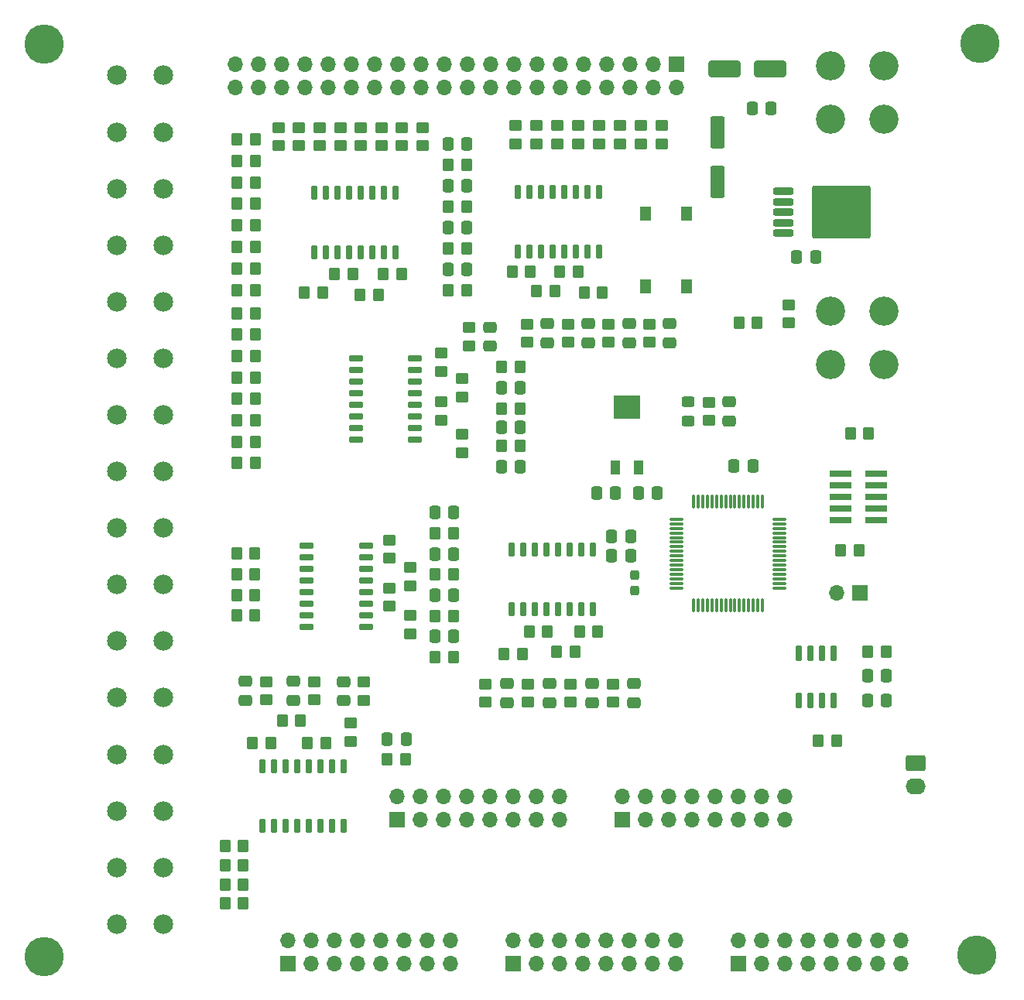
<source format=gbr>
%TF.GenerationSoftware,KiCad,Pcbnew,7.0.10*%
%TF.CreationDate,2024-04-30T00:05:16-07:00*%
%TF.ProjectId,control,636f6e74-726f-46c2-9e6b-696361645f70,A*%
%TF.SameCoordinates,Original*%
%TF.FileFunction,Soldermask,Top*%
%TF.FilePolarity,Negative*%
%FSLAX46Y46*%
G04 Gerber Fmt 4.6, Leading zero omitted, Abs format (unit mm)*
G04 Created by KiCad (PCBNEW 7.0.10) date 2024-04-30 00:05:16*
%MOMM*%
%LPD*%
G01*
G04 APERTURE LIST*
G04 Aperture macros list*
%AMRoundRect*
0 Rectangle with rounded corners*
0 $1 Rounding radius*
0 $2 $3 $4 $5 $6 $7 $8 $9 X,Y pos of 4 corners*
0 Add a 4 corners polygon primitive as box body*
4,1,4,$2,$3,$4,$5,$6,$7,$8,$9,$2,$3,0*
0 Add four circle primitives for the rounded corners*
1,1,$1+$1,$2,$3*
1,1,$1+$1,$4,$5*
1,1,$1+$1,$6,$7*
1,1,$1+$1,$8,$9*
0 Add four rect primitives between the rounded corners*
20,1,$1+$1,$2,$3,$4,$5,0*
20,1,$1+$1,$4,$5,$6,$7,0*
20,1,$1+$1,$6,$7,$8,$9,0*
20,1,$1+$1,$8,$9,$2,$3,0*%
G04 Aperture macros list end*
%ADD10C,2.145000*%
%ADD11RoundRect,0.250000X0.450000X-0.350000X0.450000X0.350000X-0.450000X0.350000X-0.450000X-0.350000X0*%
%ADD12R,1.300000X1.550000*%
%ADD13RoundRect,0.250000X-0.450000X0.350000X-0.450000X-0.350000X0.450000X-0.350000X0.450000X0.350000X0*%
%ADD14RoundRect,0.150000X-0.150000X0.725000X-0.150000X-0.725000X0.150000X-0.725000X0.150000X0.725000X0*%
%ADD15RoundRect,0.250000X-0.337500X-0.475000X0.337500X-0.475000X0.337500X0.475000X-0.337500X0.475000X0*%
%ADD16RoundRect,0.250000X-0.350000X-0.450000X0.350000X-0.450000X0.350000X0.450000X-0.350000X0.450000X0*%
%ADD17RoundRect,0.250000X0.475000X-0.337500X0.475000X0.337500X-0.475000X0.337500X-0.475000X-0.337500X0*%
%ADD18RoundRect,0.250000X0.350000X0.450000X-0.350000X0.450000X-0.350000X-0.450000X0.350000X-0.450000X0*%
%ADD19C,4.300000*%
%ADD20RoundRect,0.150000X-0.650000X-0.150000X0.650000X-0.150000X0.650000X0.150000X-0.650000X0.150000X0*%
%ADD21RoundRect,0.250000X-0.475000X0.337500X-0.475000X-0.337500X0.475000X-0.337500X0.475000X0.337500X0*%
%ADD22R,1.700000X1.700000*%
%ADD23O,1.700000X1.700000*%
%ADD24RoundRect,0.150000X-0.150000X0.650000X-0.150000X-0.650000X0.150000X-0.650000X0.150000X0.650000X0*%
%ADD25C,3.200000*%
%ADD26R,2.400000X0.740000*%
%ADD27RoundRect,0.075000X-0.662500X-0.075000X0.662500X-0.075000X0.662500X0.075000X-0.662500X0.075000X0*%
%ADD28RoundRect,0.075000X-0.075000X-0.662500X0.075000X-0.662500X0.075000X0.662500X-0.075000X0.662500X0*%
%ADD29RoundRect,0.250000X0.337500X0.475000X-0.337500X0.475000X-0.337500X-0.475000X0.337500X-0.475000X0*%
%ADD30RoundRect,0.250000X-1.500000X-0.650000X1.500000X-0.650000X1.500000X0.650000X-1.500000X0.650000X0*%
%ADD31RoundRect,0.250000X-0.845000X0.620000X-0.845000X-0.620000X0.845000X-0.620000X0.845000X0.620000X0*%
%ADD32O,2.190000X1.740000*%
%ADD33RoundRect,0.200000X-0.900000X-0.200000X0.900000X-0.200000X0.900000X0.200000X-0.900000X0.200000X0*%
%ADD34RoundRect,0.249997X-2.950003X-2.650003X2.950003X-2.650003X2.950003X2.650003X-2.950003X2.650003X0*%
%ADD35R,1.000000X1.600000*%
%ADD36R,3.000000X2.500000*%
%ADD37RoundRect,0.150000X0.150000X-0.650000X0.150000X0.650000X-0.150000X0.650000X-0.150000X-0.650000X0*%
%ADD38RoundRect,0.250000X0.450000X-0.325000X0.450000X0.325000X-0.450000X0.325000X-0.450000X-0.325000X0*%
%ADD39RoundRect,0.250000X-0.550000X1.500000X-0.550000X-1.500000X0.550000X-1.500000X0.550000X1.500000X0*%
%ADD40RoundRect,0.237500X-0.237500X0.287500X-0.237500X-0.287500X0.237500X-0.287500X0.237500X0.287500X0*%
G04 APERTURE END LIST*
D10*
%TO.C,J27*%
X83693000Y-94002800D03*
X88773000Y-94002800D03*
%TD*%
%TO.C,J26*%
X83693000Y-87814400D03*
X88773000Y-87814400D03*
%TD*%
%TO.C,J25*%
X83693000Y-81626000D03*
X88773000Y-81626000D03*
%TD*%
%TO.C,J24*%
X83693000Y-75437600D03*
X88773000Y-75437600D03*
%TD*%
%TO.C,J23*%
X83693000Y-69249200D03*
X88773000Y-69249200D03*
%TD*%
%TO.C,J22*%
X83693000Y-63060800D03*
X88773000Y-63060800D03*
%TD*%
%TO.C,J21*%
X83693000Y-56872400D03*
X88773000Y-56872400D03*
%TD*%
%TO.C,J20*%
X83693000Y-50684000D03*
X88773000Y-50684000D03*
%TD*%
%TO.C,J19*%
X83693000Y-143510000D03*
X88773000Y-143510000D03*
%TD*%
%TO.C,J18*%
X83693000Y-137321600D03*
X88773000Y-137321600D03*
%TD*%
%TO.C,J17*%
X83693000Y-131133200D03*
X88773000Y-131133200D03*
%TD*%
%TO.C,J16*%
X83693000Y-124944800D03*
X88773000Y-124944800D03*
%TD*%
%TO.C,J15*%
X83693000Y-118756400D03*
X88773000Y-118756400D03*
%TD*%
%TO.C,J14*%
X83693000Y-112568000D03*
X88773000Y-112568000D03*
%TD*%
%TO.C,J13*%
X83693000Y-106379600D03*
X88773000Y-106379600D03*
%TD*%
%TO.C,J12*%
X83693000Y-100191200D03*
X88773000Y-100191200D03*
%TD*%
D11*
%TO.C,R88*%
X132987100Y-79888500D03*
X132987100Y-77888500D03*
%TD*%
D12*
%TO.C,SW1*%
X145963200Y-65824200D03*
X145963200Y-73774200D03*
X141463200Y-65824200D03*
X141463200Y-73774200D03*
%TD*%
D13*
%TO.C,R44*%
X100000000Y-117000000D03*
X100000000Y-119000000D03*
%TD*%
D14*
%TO.C,U2*%
X162098200Y-113899400D03*
X160828200Y-113899400D03*
X159558200Y-113899400D03*
X158288200Y-113899400D03*
X158288200Y-119049400D03*
X159558200Y-119049400D03*
X160828200Y-119049400D03*
X162098200Y-119049400D03*
%TD*%
D15*
%TO.C,C13*%
X118425000Y-103021700D03*
X120500000Y-103021700D03*
%TD*%
D16*
%TO.C,R4*%
X151704800Y-77774800D03*
X153704800Y-77774800D03*
%TD*%
D15*
%TO.C,C32*%
X125708500Y-89154000D03*
X127783500Y-89154000D03*
%TD*%
D13*
%TO.C,R8*%
X148437600Y-86426800D03*
X148437600Y-88426800D03*
%TD*%
D11*
%TO.C,R19*%
X113500000Y-103500000D03*
X113500000Y-101500000D03*
%TD*%
%TO.C,R35*%
X114844300Y-58388000D03*
X114844300Y-56388000D03*
%TD*%
D17*
%TO.C,C8*%
X150672800Y-88464300D03*
X150672800Y-86389300D03*
%TD*%
D15*
%TO.C,C22*%
X119866500Y-62738000D03*
X121941500Y-62738000D03*
%TD*%
D18*
%TO.C,R76*%
X98774000Y-67092300D03*
X96774000Y-67092300D03*
%TD*%
%TO.C,R53*%
X98774000Y-83721500D03*
X96774000Y-83721500D03*
%TD*%
%TO.C,R37*%
X103750000Y-121250000D03*
X101750000Y-121250000D03*
%TD*%
D11*
%TO.C,R86*%
X128524000Y-79888500D03*
X128524000Y-77888500D03*
%TD*%
%TO.C,R55*%
X138684000Y-58150000D03*
X138684000Y-56150000D03*
%TD*%
D18*
%TO.C,R54*%
X98774000Y-57658000D03*
X96774000Y-57658000D03*
%TD*%
D11*
%TO.C,R17*%
X115750000Y-111750000D03*
X115750000Y-109750000D03*
%TD*%
D19*
%TO.C,MH2*%
X178054000Y-47193200D03*
%TD*%
D15*
%TO.C,C2*%
X158016700Y-70566200D03*
X160091700Y-70566200D03*
%TD*%
D11*
%TO.C,R91*%
X119126000Y-88376000D03*
X119126000Y-86376000D03*
%TD*%
D20*
%TO.C,U8*%
X109780000Y-81661000D03*
X109780000Y-82931000D03*
X109780000Y-84201000D03*
X109780000Y-85471000D03*
X109780000Y-86741000D03*
X109780000Y-88011000D03*
X109780000Y-89281000D03*
X109780000Y-90551000D03*
X116280000Y-90551000D03*
X116280000Y-89281000D03*
X116280000Y-88011000D03*
X116280000Y-86741000D03*
X116280000Y-85471000D03*
X116280000Y-84201000D03*
X116280000Y-82931000D03*
X116280000Y-81661000D03*
%TD*%
D11*
%TO.C,R15*%
X105845400Y-58388000D03*
X105845400Y-56388000D03*
%TD*%
%TO.C,R78*%
X134112000Y-58150000D03*
X134112000Y-56150000D03*
%TD*%
D21*
%TO.C,C28*%
X135607100Y-117212500D03*
X135607100Y-119287500D03*
%TD*%
D16*
%TO.C,R2*%
X160391600Y-123494800D03*
X162391600Y-123494800D03*
%TD*%
%TO.C,R45*%
X112792000Y-72390000D03*
X114792000Y-72390000D03*
%TD*%
D19*
%TO.C,MH4*%
X177749200Y-146913600D03*
%TD*%
D11*
%TO.C,R74*%
X131826000Y-58150000D03*
X131826000Y-56150000D03*
%TD*%
D18*
%TO.C,R48*%
X121904000Y-65024000D03*
X119904000Y-65024000D03*
%TD*%
D17*
%TO.C,C26*%
X124460000Y-80285500D03*
X124460000Y-78210500D03*
%TD*%
D22*
%TO.C,JP1*%
X164901800Y-107289600D03*
D23*
X162361800Y-107289600D03*
%TD*%
D15*
%TO.C,C15*%
X119888000Y-67310000D03*
X121963000Y-67310000D03*
%TD*%
D16*
%TO.C,R25*%
X107442000Y-72390000D03*
X109442000Y-72390000D03*
%TD*%
D18*
%TO.C,R24*%
X120462500Y-109804300D03*
X118462500Y-109804300D03*
%TD*%
D13*
%TO.C,R40*%
X110632000Y-117037500D03*
X110632000Y-119037500D03*
%TD*%
D24*
%TO.C,U9*%
X135700000Y-102561000D03*
X134430000Y-102561000D03*
X133160000Y-102561000D03*
X131890000Y-102561000D03*
X130620000Y-102561000D03*
X129350000Y-102561000D03*
X128080000Y-102561000D03*
X126810000Y-102561000D03*
X126810000Y-109061000D03*
X128080000Y-109061000D03*
X129350000Y-109061000D03*
X130620000Y-109061000D03*
X131890000Y-109061000D03*
X133160000Y-109061000D03*
X134430000Y-109061000D03*
X135700000Y-109061000D03*
%TD*%
D25*
%TO.C,J2*%
X167566400Y-76466600D03*
X161696400Y-76466600D03*
X167566400Y-82336600D03*
X161696400Y-82336600D03*
%TD*%
D26*
%TO.C,J11*%
X162845200Y-94284800D03*
X166745200Y-94284800D03*
X162845200Y-95554800D03*
X166745200Y-95554800D03*
X162845200Y-96824800D03*
X166745200Y-96824800D03*
X162845200Y-98094800D03*
X166745200Y-98094800D03*
X162845200Y-99364800D03*
X166745200Y-99364800D03*
%TD*%
D18*
%TO.C,R81*%
X98774000Y-71809400D03*
X96774000Y-71809400D03*
%TD*%
D11*
%TO.C,R73*%
X127254000Y-58150000D03*
X127254000Y-56150000D03*
%TD*%
D18*
%TO.C,R5*%
X164830000Y-102666800D03*
X162830000Y-102666800D03*
%TD*%
D16*
%TO.C,R85*%
X126889000Y-72136000D03*
X128889000Y-72136000D03*
%TD*%
D27*
%TO.C,U3*%
X144848500Y-99240000D03*
X144848500Y-99740000D03*
X144848500Y-100240000D03*
X144848500Y-100740000D03*
X144848500Y-101240000D03*
X144848500Y-101740000D03*
X144848500Y-102240000D03*
X144848500Y-102740000D03*
X144848500Y-103240000D03*
X144848500Y-103740000D03*
X144848500Y-104240000D03*
X144848500Y-104740000D03*
X144848500Y-105240000D03*
X144848500Y-105740000D03*
X144848500Y-106240000D03*
X144848500Y-106740000D03*
D28*
X146761000Y-108652500D03*
X147261000Y-108652500D03*
X147761000Y-108652500D03*
X148261000Y-108652500D03*
X148761000Y-108652500D03*
X149261000Y-108652500D03*
X149761000Y-108652500D03*
X150261000Y-108652500D03*
X150761000Y-108652500D03*
X151261000Y-108652500D03*
X151761000Y-108652500D03*
X152261000Y-108652500D03*
X152761000Y-108652500D03*
X153261000Y-108652500D03*
X153761000Y-108652500D03*
X154261000Y-108652500D03*
D27*
X156173500Y-106740000D03*
X156173500Y-106240000D03*
X156173500Y-105740000D03*
X156173500Y-105240000D03*
X156173500Y-104740000D03*
X156173500Y-104240000D03*
X156173500Y-103740000D03*
X156173500Y-103240000D03*
X156173500Y-102740000D03*
X156173500Y-102240000D03*
X156173500Y-101740000D03*
X156173500Y-101240000D03*
X156173500Y-100740000D03*
X156173500Y-100240000D03*
X156173500Y-99740000D03*
X156173500Y-99240000D03*
D28*
X154261000Y-97327500D03*
X153761000Y-97327500D03*
X153261000Y-97327500D03*
X152761000Y-97327500D03*
X152261000Y-97327500D03*
X151761000Y-97327500D03*
X151261000Y-97327500D03*
X150761000Y-97327500D03*
X150261000Y-97327500D03*
X149761000Y-97327500D03*
X149261000Y-97327500D03*
X148761000Y-97327500D03*
X148261000Y-97327500D03*
X147761000Y-97327500D03*
X147261000Y-97327500D03*
X146761000Y-97327500D03*
%TD*%
D18*
%TO.C,R90*%
X127746000Y-91186000D03*
X125746000Y-91186000D03*
%TD*%
%TO.C,R59*%
X98774000Y-79045800D03*
X96774000Y-79045800D03*
%TD*%
D19*
%TO.C,MH1*%
X75692000Y-47244000D03*
%TD*%
D18*
%TO.C,R20*%
X120462500Y-100760900D03*
X118462500Y-100760900D03*
%TD*%
D11*
%TO.C,R89*%
X121412000Y-91932000D03*
X121412000Y-89932000D03*
%TD*%
D15*
%TO.C,C19*%
X113212500Y-123250000D03*
X115287500Y-123250000D03*
%TD*%
D16*
%TO.C,R69*%
X134250000Y-111500000D03*
X136250000Y-111500000D03*
%TD*%
D18*
%TO.C,R46*%
X121904000Y-60452000D03*
X119904000Y-60452000D03*
%TD*%
D11*
%TO.C,R50*%
X140970000Y-58150000D03*
X140970000Y-56150000D03*
%TD*%
%TO.C,R34*%
X112594600Y-58388000D03*
X112594600Y-56388000D03*
%TD*%
%TO.C,R33*%
X117094000Y-58388000D03*
X117094000Y-56388000D03*
%TD*%
D16*
%TO.C,R1*%
X165805700Y-113724400D03*
X167805700Y-113724400D03*
%TD*%
D29*
%TO.C,C6*%
X142769500Y-96393000D03*
X140694500Y-96393000D03*
%TD*%
D21*
%TO.C,C30*%
X135218700Y-77851000D03*
X135218700Y-79926000D03*
%TD*%
D30*
%TO.C,D2*%
X150154000Y-49987200D03*
X155154000Y-49987200D03*
%TD*%
D20*
%TO.C,U4*%
X104390000Y-102086000D03*
X104390000Y-103356000D03*
X104390000Y-104626000D03*
X104390000Y-105896000D03*
X104390000Y-107166000D03*
X104390000Y-108436000D03*
X104390000Y-109706000D03*
X104390000Y-110976000D03*
X110890000Y-110976000D03*
X110890000Y-109706000D03*
X110890000Y-108436000D03*
X110890000Y-107166000D03*
X110890000Y-105896000D03*
X110890000Y-104626000D03*
X110890000Y-103356000D03*
X110890000Y-102086000D03*
%TD*%
D16*
%TO.C,R9*%
X96750000Y-109750000D03*
X98750000Y-109750000D03*
%TD*%
D18*
%TO.C,R66*%
X127746000Y-82550000D03*
X125746000Y-82550000D03*
%TD*%
D11*
%TO.C,R56*%
X143256000Y-58150000D03*
X143256000Y-56150000D03*
%TD*%
D13*
%TO.C,R68*%
X122174000Y-78248000D03*
X122174000Y-80248000D03*
%TD*%
D18*
%TO.C,R52*%
X98774000Y-76708000D03*
X96774000Y-76708000D03*
%TD*%
D31*
%TO.C,J28*%
X171074400Y-125933200D03*
D32*
X171074400Y-128473200D03*
%TD*%
D24*
%TO.C,U7*%
X136398000Y-63425000D03*
X135128000Y-63425000D03*
X133858000Y-63425000D03*
X132588000Y-63425000D03*
X131318000Y-63425000D03*
X130048000Y-63425000D03*
X128778000Y-63425000D03*
X127508000Y-63425000D03*
X127508000Y-69925000D03*
X128778000Y-69925000D03*
X130048000Y-69925000D03*
X131318000Y-69925000D03*
X132588000Y-69925000D03*
X133858000Y-69925000D03*
X135128000Y-69925000D03*
X136398000Y-69925000D03*
%TD*%
D15*
%TO.C,C4*%
X165768200Y-116359400D03*
X167843200Y-116359400D03*
%TD*%
D16*
%TO.C,R61*%
X132096000Y-72136000D03*
X134096000Y-72136000D03*
%TD*%
D11*
%TO.C,R77*%
X129540000Y-58150000D03*
X129540000Y-56150000D03*
%TD*%
D18*
%TO.C,R80*%
X98774000Y-86059300D03*
X96774000Y-86059300D03*
%TD*%
D21*
%TO.C,C29*%
X130755600Y-77851000D03*
X130755600Y-79926000D03*
%TD*%
D18*
%TO.C,R39*%
X106500000Y-123750000D03*
X104500000Y-123750000D03*
%TD*%
D16*
%TO.C,R31*%
X95500000Y-141250000D03*
X97500000Y-141250000D03*
%TD*%
D18*
%TO.C,R75*%
X98774000Y-74168000D03*
X96774000Y-74168000D03*
%TD*%
D16*
%TO.C,R11*%
X96750000Y-105250000D03*
X98750000Y-105250000D03*
%TD*%
D18*
%TO.C,R58*%
X98774000Y-60016600D03*
X96774000Y-60016600D03*
%TD*%
D25*
%TO.C,J1*%
X167566400Y-49631600D03*
X161696400Y-49631600D03*
X167566400Y-55501600D03*
X161696400Y-55501600D03*
%TD*%
D33*
%TO.C,U1*%
X156565600Y-63359600D03*
X156565600Y-64499600D03*
X156565600Y-65639600D03*
D34*
X162865600Y-65639600D03*
D33*
X156565600Y-66779600D03*
X156565600Y-67919600D03*
%TD*%
D11*
%TO.C,R94*%
X124000000Y-119250000D03*
X124000000Y-117250000D03*
%TD*%
D15*
%TO.C,C25*%
X125708500Y-84836000D03*
X127783500Y-84836000D03*
%TD*%
D22*
%TO.C,J5*%
X151638000Y-147828000D03*
D23*
X151638000Y-145288000D03*
X154178000Y-147828000D03*
X154178000Y-145288000D03*
X156718000Y-147828000D03*
X156718000Y-145288000D03*
X159258000Y-147828000D03*
X159258000Y-145288000D03*
X161798000Y-147828000D03*
X161798000Y-145288000D03*
X164338000Y-147828000D03*
X164338000Y-145288000D03*
X166878000Y-147828000D03*
X166878000Y-145288000D03*
X169418000Y-147828000D03*
X169418000Y-145288000D03*
%TD*%
D15*
%TO.C,C3*%
X165768200Y-119024400D03*
X167843200Y-119024400D03*
%TD*%
D21*
%TO.C,C34*%
X130964300Y-117212500D03*
X130964300Y-119287500D03*
%TD*%
D11*
%TO.C,R49*%
X136398000Y-58150000D03*
X136398000Y-56150000D03*
%TD*%
D16*
%TO.C,R87*%
X129556000Y-74295000D03*
X131556000Y-74295000D03*
%TD*%
D11*
%TO.C,R96*%
X128642900Y-119250000D03*
X128642900Y-117250000D03*
%TD*%
D15*
%TO.C,C11*%
X118425000Y-112065100D03*
X120500000Y-112065100D03*
%TD*%
D22*
%TO.C,J4*%
X127000000Y-147828000D03*
D23*
X127000000Y-145288000D03*
X129540000Y-147828000D03*
X129540000Y-145288000D03*
X132080000Y-147828000D03*
X132080000Y-145288000D03*
X134620000Y-147828000D03*
X134620000Y-145288000D03*
X137160000Y-147828000D03*
X137160000Y-145288000D03*
X139700000Y-147828000D03*
X139700000Y-145288000D03*
X142240000Y-147828000D03*
X142240000Y-145288000D03*
X144780000Y-147828000D03*
X144780000Y-145288000D03*
%TD*%
D18*
%TO.C,R82*%
X98774000Y-69450900D03*
X96774000Y-69450900D03*
%TD*%
D11*
%TO.C,R14*%
X103595700Y-58388000D03*
X103595700Y-56388000D03*
%TD*%
%TO.C,R16*%
X101346000Y-58388000D03*
X101346000Y-56388000D03*
%TD*%
D18*
%TO.C,R57*%
X98774000Y-62375100D03*
X96774000Y-62375100D03*
%TD*%
D21*
%TO.C,C24*%
X144145000Y-77851000D03*
X144145000Y-79926000D03*
%TD*%
D16*
%TO.C,R30*%
X95500000Y-139166700D03*
X97500000Y-139166700D03*
%TD*%
D15*
%TO.C,C1*%
X153140500Y-54305200D03*
X155215500Y-54305200D03*
%TD*%
D35*
%TO.C,Y1*%
X140716000Y-93545000D03*
X138176000Y-93545000D03*
D36*
X139446000Y-86995000D03*
%TD*%
D16*
%TO.C,R63*%
X134763000Y-74422000D03*
X136763000Y-74422000D03*
%TD*%
D11*
%TO.C,R13*%
X108095100Y-58388000D03*
X108095100Y-56388000D03*
%TD*%
D18*
%TO.C,R60*%
X98774000Y-81383700D03*
X96774000Y-81383700D03*
%TD*%
D24*
%TO.C,U5*%
X114173000Y-63552000D03*
X112903000Y-63552000D03*
X111633000Y-63552000D03*
X110363000Y-63552000D03*
X109093000Y-63552000D03*
X107823000Y-63552000D03*
X106553000Y-63552000D03*
X105283000Y-63552000D03*
X105283000Y-70052000D03*
X106553000Y-70052000D03*
X107823000Y-70052000D03*
X109093000Y-70052000D03*
X110363000Y-70052000D03*
X111633000Y-70052000D03*
X112903000Y-70052000D03*
X114173000Y-70052000D03*
%TD*%
D22*
%TO.C,J10*%
X144900000Y-49460000D03*
D23*
X144900000Y-52000000D03*
X142360000Y-49460000D03*
X142360000Y-52000000D03*
X139820000Y-49460000D03*
X139820000Y-52000000D03*
X137280000Y-49460000D03*
X137280000Y-52000000D03*
X134740000Y-49460000D03*
X134740000Y-52000000D03*
X132200000Y-49460000D03*
X132200000Y-52000000D03*
X129660000Y-49460000D03*
X129660000Y-52000000D03*
X127120000Y-49460000D03*
X127120000Y-52000000D03*
X124580000Y-49460000D03*
X124580000Y-52000000D03*
X122040000Y-49460000D03*
X122040000Y-52000000D03*
X119500000Y-49460000D03*
X119500000Y-52000000D03*
X116960000Y-49460000D03*
X116960000Y-52000000D03*
X114420000Y-49460000D03*
X114420000Y-52000000D03*
X111880000Y-49460000D03*
X111880000Y-52000000D03*
X109340000Y-49460000D03*
X109340000Y-52000000D03*
X106800000Y-49460000D03*
X106800000Y-52000000D03*
X104260000Y-49460000D03*
X104260000Y-52000000D03*
X101720000Y-49460000D03*
X101720000Y-52000000D03*
X99180000Y-49460000D03*
X99180000Y-52000000D03*
X96640000Y-49460000D03*
X96640000Y-52000000D03*
%TD*%
D11*
%TO.C,R70*%
X137928600Y-119250000D03*
X137928600Y-117250000D03*
%TD*%
%TO.C,R21*%
X115750000Y-106500000D03*
X115750000Y-104500000D03*
%TD*%
D15*
%TO.C,C31*%
X125708500Y-93472000D03*
X127783500Y-93472000D03*
%TD*%
D21*
%TO.C,C23*%
X139681900Y-77851000D03*
X139681900Y-79926000D03*
%TD*%
%TO.C,C33*%
X126321400Y-117212500D03*
X126321400Y-119287500D03*
%TD*%
D15*
%TO.C,C7*%
X151159300Y-93370400D03*
X153234300Y-93370400D03*
%TD*%
D37*
%TO.C,U6*%
X99610000Y-132750000D03*
X100880000Y-132750000D03*
X102150000Y-132750000D03*
X103420000Y-132750000D03*
X104690000Y-132750000D03*
X105960000Y-132750000D03*
X107230000Y-132750000D03*
X108500000Y-132750000D03*
X108500000Y-126250000D03*
X107230000Y-126250000D03*
X105960000Y-126250000D03*
X104690000Y-126250000D03*
X103420000Y-126250000D03*
X102150000Y-126250000D03*
X100880000Y-126250000D03*
X99610000Y-126250000D03*
%TD*%
D17*
%TO.C,C18*%
X108500000Y-119075000D03*
X108500000Y-117000000D03*
%TD*%
%TO.C,C17*%
X103000000Y-119037500D03*
X103000000Y-116962500D03*
%TD*%
D15*
%TO.C,C21*%
X119866500Y-58166000D03*
X121941500Y-58166000D03*
%TD*%
D22*
%TO.C,J3*%
X102362000Y-147828000D03*
D23*
X102362000Y-145288000D03*
X104902000Y-147828000D03*
X104902000Y-145288000D03*
X107442000Y-147828000D03*
X107442000Y-145288000D03*
X109982000Y-147828000D03*
X109982000Y-145288000D03*
X112522000Y-147828000D03*
X112522000Y-145288000D03*
X115062000Y-147828000D03*
X115062000Y-145288000D03*
X117602000Y-147828000D03*
X117602000Y-145288000D03*
X120142000Y-147828000D03*
X120142000Y-145288000D03*
%TD*%
D16*
%TO.C,R47*%
X110236000Y-74676000D03*
X112236000Y-74676000D03*
%TD*%
D18*
%TO.C,R83*%
X98774000Y-90735000D03*
X96774000Y-90735000D03*
%TD*%
D15*
%TO.C,C12*%
X118425000Y-98500000D03*
X120500000Y-98500000D03*
%TD*%
D18*
%TO.C,R18*%
X120462500Y-114326000D03*
X118462500Y-114326000D03*
%TD*%
D16*
%TO.C,R95*%
X128750000Y-111500000D03*
X130750000Y-111500000D03*
%TD*%
D18*
%TO.C,R43*%
X100500000Y-123750000D03*
X98500000Y-123750000D03*
%TD*%
D16*
%TO.C,R27*%
X104140000Y-74422000D03*
X106140000Y-74422000D03*
%TD*%
%TO.C,R71*%
X131750000Y-113750000D03*
X133750000Y-113750000D03*
%TD*%
D21*
%TO.C,C27*%
X140250000Y-117212500D03*
X140250000Y-119287500D03*
%TD*%
D38*
%TO.C,D1*%
X146151600Y-88451800D03*
X146151600Y-86401800D03*
%TD*%
D39*
%TO.C,C35*%
X149352000Y-56939200D03*
X149352000Y-62339200D03*
%TD*%
D18*
%TO.C,R51*%
X98774000Y-64733700D03*
X96774000Y-64733700D03*
%TD*%
D17*
%TO.C,C20*%
X97750000Y-119037500D03*
X97750000Y-116962500D03*
%TD*%
D11*
%TO.C,R36*%
X110344900Y-58388000D03*
X110344900Y-56388000D03*
%TD*%
D16*
%TO.C,R93*%
X126000000Y-114000000D03*
X128000000Y-114000000D03*
%TD*%
D18*
%TO.C,R79*%
X98774000Y-93072900D03*
X96774000Y-93072900D03*
%TD*%
D16*
%TO.C,R32*%
X95500000Y-135000000D03*
X97500000Y-135000000D03*
%TD*%
D19*
%TO.C,MH3*%
X75692000Y-147066000D03*
%TD*%
D18*
%TO.C,R42*%
X115250000Y-125500000D03*
X113250000Y-125500000D03*
%TD*%
%TO.C,R26*%
X121925500Y-69596000D03*
X119925500Y-69596000D03*
%TD*%
D16*
%TO.C,R12*%
X96750000Y-107500000D03*
X98750000Y-107500000D03*
%TD*%
D18*
%TO.C,R7*%
X165896800Y-89814400D03*
X163896800Y-89814400D03*
%TD*%
D11*
%TO.C,R64*%
X141913400Y-79888500D03*
X141913400Y-77888500D03*
%TD*%
D15*
%TO.C,C5*%
X136122500Y-96393000D03*
X138197500Y-96393000D03*
%TD*%
D22*
%TO.C,J7*%
X138938000Y-132080000D03*
D23*
X138938000Y-129540000D03*
X141478000Y-132080000D03*
X141478000Y-129540000D03*
X144018000Y-132080000D03*
X144018000Y-129540000D03*
X146558000Y-132080000D03*
X146558000Y-129540000D03*
X149098000Y-132080000D03*
X149098000Y-129540000D03*
X151638000Y-132080000D03*
X151638000Y-129540000D03*
X154178000Y-132080000D03*
X154178000Y-129540000D03*
X156718000Y-132080000D03*
X156718000Y-129540000D03*
%TD*%
D11*
%TO.C,R62*%
X137450300Y-79888500D03*
X137450300Y-77888500D03*
%TD*%
%TO.C,R41*%
X109250000Y-123500000D03*
X109250000Y-121500000D03*
%TD*%
D13*
%TO.C,R38*%
X105250000Y-117000000D03*
X105250000Y-119000000D03*
%TD*%
D11*
%TO.C,R72*%
X133285700Y-119250000D03*
X133285700Y-117250000D03*
%TD*%
%TO.C,R67*%
X119126000Y-83042000D03*
X119126000Y-81042000D03*
%TD*%
D18*
%TO.C,R28*%
X121925500Y-74168000D03*
X119925500Y-74168000D03*
%TD*%
D15*
%TO.C,C10*%
X137798900Y-101092000D03*
X139873900Y-101092000D03*
%TD*%
D11*
%TO.C,R23*%
X113500000Y-108750000D03*
X113500000Y-106750000D03*
%TD*%
D18*
%TO.C,R92*%
X127746000Y-87122000D03*
X125746000Y-87122000D03*
%TD*%
D15*
%TO.C,C16*%
X119888000Y-71882000D03*
X121963000Y-71882000D03*
%TD*%
D11*
%TO.C,R3*%
X157124400Y-77758800D03*
X157124400Y-75758800D03*
%TD*%
D16*
%TO.C,R29*%
X95500000Y-137083300D03*
X97500000Y-137083300D03*
%TD*%
%TO.C,R10*%
X96766000Y-103000000D03*
X98766000Y-103000000D03*
%TD*%
D22*
%TO.C,J6*%
X114300000Y-132096000D03*
D23*
X114300000Y-129556000D03*
X116840000Y-132096000D03*
X116840000Y-129556000D03*
X119380000Y-132096000D03*
X119380000Y-129556000D03*
X121920000Y-132096000D03*
X121920000Y-129556000D03*
X124460000Y-132096000D03*
X124460000Y-129556000D03*
X127000000Y-132096000D03*
X127000000Y-129556000D03*
X129540000Y-132096000D03*
X129540000Y-129556000D03*
X132080000Y-132096000D03*
X132080000Y-129556000D03*
%TD*%
D11*
%TO.C,R65*%
X121412000Y-85836000D03*
X121412000Y-83836000D03*
%TD*%
D15*
%TO.C,C9*%
X137798900Y-103251000D03*
X139873900Y-103251000D03*
%TD*%
D18*
%TO.C,R84*%
X98774000Y-88397200D03*
X96774000Y-88397200D03*
%TD*%
D15*
%TO.C,C14*%
X118425000Y-107543400D03*
X120500000Y-107543400D03*
%TD*%
D18*
%TO.C,R22*%
X120462500Y-105282600D03*
X118462500Y-105282600D03*
%TD*%
D40*
%TO.C,FB1*%
X140309600Y-105297000D03*
X140309600Y-107047000D03*
%TD*%
M02*

</source>
